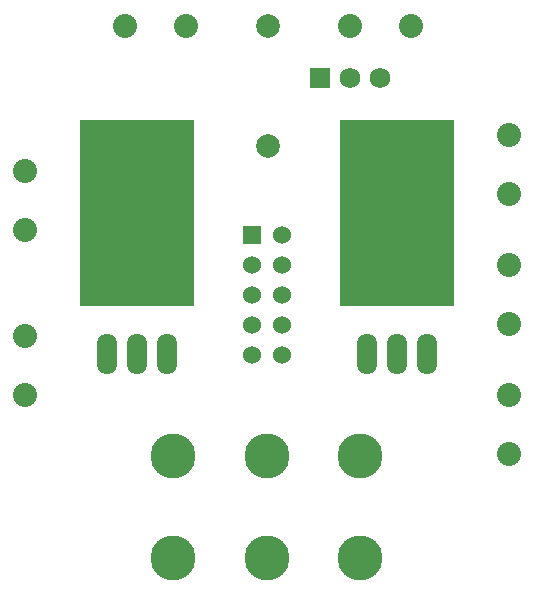
<source format=gts>
%FSLAX46Y46*%
G04 Gerber Fmt 4.6, Leading zero omitted, Abs format (unit mm)*
G04 Created by KiCad (PCBNEW (2014-jul-16 BZR unknown)-product) date Wed 01 Oct 2014 08:58:49 PM PDT*
%MOMM*%
G01*
G04 APERTURE LIST*
%ADD10C,0.100000*%
%ADD11R,1.727200X1.727200*%
%ADD12C,1.727200*%
%ADD13R,1.524000X1.524000*%
%ADD14C,1.524000*%
%ADD15C,2.032000*%
%ADD16O,1.699260X3.500120*%
%ADD17R,9.652000X15.748000*%
%ADD18C,1.998980*%
%ADD19C,3.810000*%
G04 APERTURE END LIST*
D10*
D11*
X129540000Y-106680000D03*
D12*
X132080000Y-106680000D03*
X134620000Y-106680000D03*
D13*
X123730000Y-119920000D03*
D14*
X126270000Y-119920000D03*
X123730000Y-122460000D03*
X126270000Y-122460000D03*
X123730000Y-125000000D03*
X126270000Y-125000000D03*
X123730000Y-127540000D03*
X126270000Y-127540000D03*
X123730000Y-130080000D03*
X126270000Y-130080000D03*
D15*
X145500000Y-133500000D03*
X145500000Y-138500000D03*
X145500000Y-122500000D03*
X145500000Y-127500000D03*
X145500000Y-111500000D03*
X145500000Y-116500000D03*
X104500000Y-133500000D03*
X104500000Y-128500000D03*
X104500000Y-119500000D03*
X104500000Y-114500000D03*
D16*
X136000000Y-130000000D03*
X133460000Y-130000000D03*
X138540000Y-130000000D03*
D17*
X136000000Y-118062000D03*
D16*
X114000000Y-130000000D03*
X111460000Y-130000000D03*
X116540000Y-130000000D03*
D17*
X114000000Y-118062000D03*
D18*
X125095000Y-102235000D03*
X125095000Y-112395000D03*
D15*
X137172700Y-102235000D03*
X132067300Y-102235000D03*
X118122700Y-102235000D03*
X113017300Y-102235000D03*
D19*
X125000000Y-147318000D03*
X125000000Y-138682000D03*
X132924800Y-147318000D03*
X117075200Y-138682000D03*
X132924800Y-138682000D03*
X117075200Y-147318000D03*
M02*

</source>
